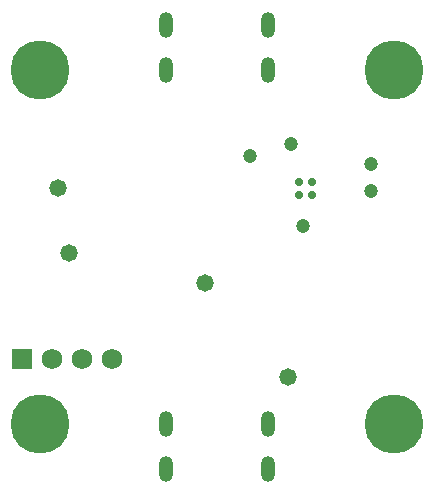
<source format=gbs>
G04*
G04 #@! TF.GenerationSoftware,Altium Limited,Altium Designer,25.8.1 (18)*
G04*
G04 Layer_Color=16711935*
%FSLAX25Y25*%
%MOIN*%
G70*
G04*
G04 #@! TF.SameCoordinates,45097E57-D6D4-4368-9298-5D8CD2504E13*
G04*
G04*
G04 #@! TF.FilePolarity,Negative*
G04*
G01*
G75*
%ADD45O,0.04737X0.08674*%
%ADD46C,0.06902*%
%ADD47R,0.06902X0.06902*%
%ADD48C,0.05800*%
%ADD49C,0.19701*%
%ADD50C,0.04737*%
%ADD51C,0.02769*%
D45*
X95748Y152776D02*
D03*
Y4705D02*
D03*
Y137815D02*
D03*
X61732Y152776D02*
D03*
Y137815D02*
D03*
X95748Y19665D02*
D03*
X61732Y4705D02*
D03*
Y19665D02*
D03*
D46*
X23622Y41339D02*
D03*
X33622D02*
D03*
X43622D02*
D03*
D47*
X13622D02*
D03*
D48*
X29528Y76772D02*
D03*
X102362Y35433D02*
D03*
X25591Y98425D02*
D03*
X74803Y66929D02*
D03*
D49*
X137795Y137795D02*
D03*
Y19685D02*
D03*
X19685Y137795D02*
D03*
Y19685D02*
D03*
D50*
X129921Y106299D02*
D03*
X103347Y113189D02*
D03*
X129921Y97441D02*
D03*
X107283Y85630D02*
D03*
X89567Y109252D02*
D03*
D51*
X110433Y100591D02*
D03*
X106102D02*
D03*
X110433Y96260D02*
D03*
X106102D02*
D03*
M02*

</source>
